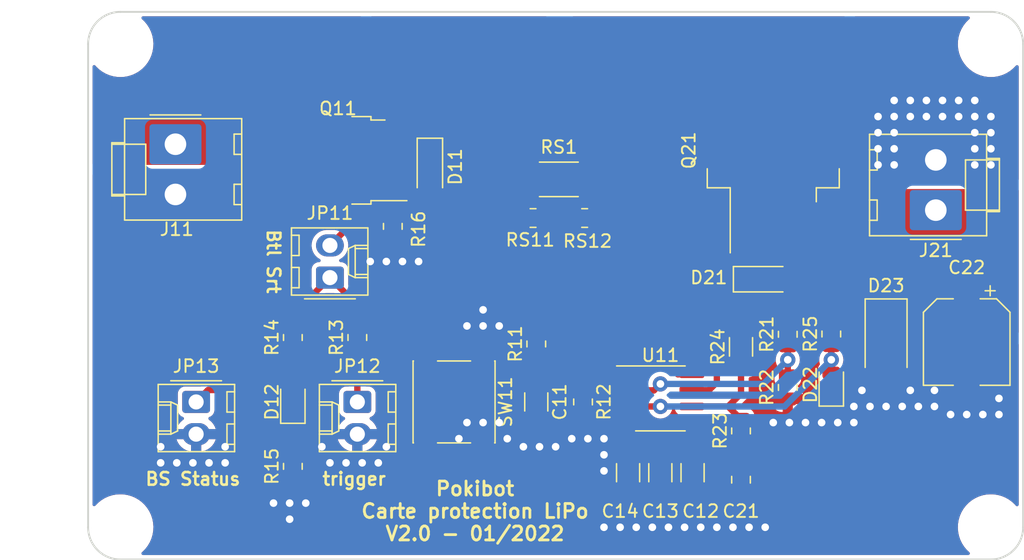
<source format=kicad_pcb>
(kicad_pcb (version 20211014) (generator pcbnew)
  (title_block (title "Circuit de protection LiPo 5S") (date "2018-10-30") (rev "V.1.0") (company "EIRBOT") (comment 1 "20V - 27A "))
  (layers (0 "F.Cu" signal) (31 "B.Cu" signal) (34 "B.Paste" user) (35 "F.Paste" user) (36 "B.SilkS" user "B.Silkscreen") (37 "F.SilkS" user "F.Silkscreen") (38 "B.Mask" user) (39 "F.Mask" user) (44 "Edge.Cuts" user))
  (net 0 "")
  (net 1 "GND")
  (net 2 "Net-(C11-Pad1)")
  (net 3 "Net-(C12-Pad1)")
  (net 4 "Net-(C21-Pad1)")
  (net 5 "Net-(C22-Pad1)")
  (net 6 "Net-(D11-Pad2)")
  (net 7 "Net-(D11-Pad1)")
  (net 8 "Net-(D21-Pad1)")
  (net 9 "Net-(D22-Pad2)")
  (net 10 "Net-(R21-Pad1)")
  (net 11 "Net-(R23-Pad2)")
  (net 12 "Net-(Q21-Pad2)")
  (net 13 "Net-(RS11-Pad2)")
  (net 14 "Net-(JP11-Pad1)")
  (net 15 "Net-(D12-Pad2)")
  (net 16 "Net-(D12-Pad1)")
  (net 17 "Net-(J11-Pad1)")
  (footprint "Resistor_SMD:R_0805_2012Metric" (layer "F.Cu") (at 161.544 129.8175 90)
    (fp_text reference "R15" (at 0 -1.65 90) (layer "F.SilkS"))
    (fp_text value "75")
    (fp_line (start -0.227064 0.735) (end 0.227064 0.735) (layer "F.SilkS") (width 0.12))
    (fp_line (start -0.227064 -0.735) (end 0.227064 -0.735) (layer "F.SilkS") (width 0.12))
    (pad "1" smd roundrect locked (at -0.9125 0 90) (size 1.025 1.4) (layers "F.Cu" "F.Paste" "F.Mask") (roundrect_rratio 0.243902439) (net 1 "GND"))
    (pad "2" smd roundrect locked (at 0.9125 0 90) (size 1.025 1.4) (layers "F.Cu" "F.Paste" "F.Mask") (roundrect_rratio 0.243902439) (net 16 "Net-(D12-Pad1)"))
  )
  (footprint "Capacitor_SMD:C_1206_3216Metric" (layer "F.Cu") (at 193.033735 130.317986 -90)
    (fp_text reference "C12" (at 3.032014 -0.641265 180) (layer "F.SilkS"))
    (fp_text value "1u")
    (fp_line (start -0.711252 0.91) (end 0.711252 0.91) (layer "F.SilkS") (width 0.12))
    (fp_line (start -0.711252 -0.91) (end 0.711252 -0.91) (layer "F.SilkS") (width 0.12))
    (pad "1" smd roundrect locked (at -1.475 0 270) (size 1.15 1.8) (layers "F.Cu" "F.Paste" "F.Mask") (roundrect_rratio 0.2173913043) (net 3 "Net-(C12-Pad1)"))
    (pad "2" smd roundrect locked (at 1.475 0 270) (size 1.15 1.8) (layers "F.Cu" "F.Paste" "F.Mask") (roundrect_rratio 0.2173913043) (net 1 "GND"))
  )
  (footprint "LED_SMD:LED_0805_2012Metric" (layer "F.Cu") (at 203.962 123.38 90)
    (fp_text reference "D22" (at 0 -1.65 90) (layer "F.SilkS"))
    (fp_text value "LED")
    (fp_line (start -1.685 -0.96) (end -1.685 0.96) (layer "F.SilkS") (width 0.12))
    (fp_line (start -1.685 0.96) (end 1 0.96) (layer "F.SilkS") (width 0.12))
    (fp_line (start 1 -0.96) (end -1.685 -0.96) (layer "F.SilkS") (width 0.12))
    (pad "1" smd roundrect locked (at -0.9375 0 90) (size 0.975 1.4) (layers "F.Cu" "F.Paste" "F.Mask") (net 1 "GND"))
    (pad "2" smd roundrect locked (at 0.9375 0 90) (size 0.975 1.4) (layers "F.Cu" "F.Paste" "F.Mask") (net 9 "Net-(D22-Pad2)"))
  )
  (footprint "Capacitor_SMD:C_1206_3216Metric" (layer "F.Cu") (at 187.953735 130.317986 -90)
    (fp_text reference "C14" (at 3.032014 0.628735 180) (layer "F.SilkS"))
    (fp_text value "1u")
    (fp_line (start -0.711252 -0.91) (end 0.711252 -0.91) (layer "F.SilkS") (width 0.12))
    (fp_line (start -0.711252 0.91) (end 0.711252 0.91) (layer "F.SilkS") (width 0.12))
    (pad "1" smd roundrect locked (at -1.475 0 270) (size 1.15 1.8) (layers "F.Cu" "F.Paste" "F.Mask") (roundrect_rratio 0.2173913043) (net 3 "Net-(C12-Pad1)"))
    (pad "2" smd roundrect locked (at 1.475 0 270) (size 1.15 1.8) (layers "F.Cu" "F.Paste" "F.Mask") (roundrect_rratio 0.2173913043) (net 1 "GND"))
  )
  (footprint "Resistor_SMD:R_0805_2012Metric" (layer "F.Cu") (at 180.467 110.236)
    (fp_text reference "RS11" (at -0.227064 1.728172) (layer "F.SilkS"))
    (fp_text value "100")
    (fp_line (start -0.227064 0.735) (end 0.227064 0.735) (layer "F.SilkS") (width 0.12))
    (fp_line (start -0.227064 -0.735) (end 0.227064 -0.735) (layer "F.SilkS") (width 0.12))
    (pad "1" smd roundrect locked (at -0.9125 0) (size 1.025 1.4) (layers "F.Cu" "F.Paste" "F.Mask") (roundrect_rratio 0.243902439) (net 7 "Net-(D11-Pad1)"))
    (pad "2" smd roundrect locked (at 0.9125 0) (size 1.025 1.4) (layers "F.Cu" "F.Paste" "F.Mask") (roundrect_rratio 0.243902439) (net 13 "Net-(RS11-Pad2)"))
  )
  (footprint "LED_SMD:LED_0805_2012Metric" (layer "F.Cu") (at 161.544 124.7375 90)
    (fp_text reference "D12" (at 0 -1.65 90) (layer "F.SilkS"))
    (fp_text value "LED")
    (fp_line (start -1.685 0.96) (end 1 0.96) (layer "F.SilkS") (width 0.12))
    (fp_line (start -1.685 -0.96) (end -1.685 0.96) (layer "F.SilkS") (width 0.12))
    (fp_line (start 1 -0.96) (end -1.685 -0.96) (layer "F.SilkS") (width 0.12))
    (pad "1" smd roundrect locked (at -0.9375 0 90) (size 0.975 1.4) (layers "F.Cu" "F.Paste" "F.Mask") (net 16 "Net-(D12-Pad1)"))
    (pad "2" smd roundrect locked (at 0.9375 0 90) (size 0.975 1.4) (layers "F.Cu" "F.Paste" "F.Mask") (net 15 "Net-(D12-Pad2)"))
  )
  (footprint "Diode_SMD:D_SMA" (layer "F.Cu") (at 208.28 120.015 -90)
    (fp_text reference "D23" (at -4.445 0) (layer "F.SilkS"))
    (fp_text value "US1D")
    (fp_line (start -3.4 1.65) (end 2 1.65) (layer "F.SilkS") (width 0.12))
    (fp_line (start -3.4 -1.65) (end 2 -1.65) (layer "F.SilkS") (width 0.12))
    (fp_line (start -3.4 -1.65) (end -3.4 1.65) (layer "F.SilkS") (width 0.12))
    (pad "1" smd rect locked (at -2 0 270) (size 2.5 1.8) (layers "F.Cu" "F.Paste" "F.Mask") (net 5 "Net-(C22-Pad1)"))
    (pad "2" smd rect locked (at 2 0 270) (size 2.5 1.8) (layers "F.Cu" "F.Paste" "F.Mask") (net 1 "GND"))
  )
  (footprint "" (layer "F.Cu") (at 147.955 134.62)
    (fp_text reference "" (at 0 0) (layer "F.SilkS") (effects (font (size 1.27 1.27))))
    (fp_text value "" (at 0 0) (layer "F.SilkS") (effects (font (size 1.27 1.27))))
    (pad "" np_thru_hole circle locked (at 0 0) (size 3.2 3.2) (drill 3.2) (layers F&B.Cu *.Mask) (clearance 1))
  )
  (footprint "Resistor_SMD:R_0805_2012Metric" (layer "F.Cu") (at 180.721 120.1655 90)
    (fp_text reference "R11" (at 0 -1.65 90) (layer "F.SilkS"))
    (fp_text value "120k")
    (fp_line (start -0.227064 0.735) (end 0.227064 0.735) (layer "F.SilkS") (width 0.12))
    (fp_line (start -0.227064 -0.735) (end 0.227064 -0.735) (layer "F.SilkS") (width 0.12))
    (pad "1" smd roundrect locked (at -0.9125 0 90) (size 1.025 1.4) (layers "F.Cu" "F.Paste" "F.Mask") (roundrect_rratio 0.243902439) (net 2 "Net-(C11-Pad1)"))
    (pad "2" smd roundrect locked (at 0.9125 0 90) (size 1.025 1.4) (layers "F.Cu" "F.Paste" "F.Mask") (roundrect_rratio 0.243902439) (net 7 "Net-(D11-Pad1)"))
  )
  (footprint "Resistor_SMD:R_0805_2012Metric" (layer "F.Cu") (at 184.531 110.236)
    (fp_text reference "RS12" (at 0.227064 1.821634) (layer "F.SilkS"))
    (fp_text value "100")
    (fp_line (start -0.227064 0.735) (end 0.227064 0.735) (layer "F.SilkS") (width 0.12))
    (fp_line (start -0.227064 -0.735) (end 0.227064 -0.735) (layer "F.SilkS") (width 0.12))
    (pad "1" smd roundrect locked (at -0.9125 0) (size 1.025 1.4) (layers "F.Cu" "F.Paste" "F.Mask") (roundrect_rratio 0.243902439) (net 13 "Net-(RS11-Pad2)"))
    (pad "2" smd roundrect locked (at 0.9125 0) (size 1.025 1.4) (layers "F.Cu" "F.Paste" "F.Mask") (roundrect_rratio 0.243902439) (net 12 "Net-(Q21-Pad2)"))
  )
  (footprint "Diode_SMD:D_SOD-123" (layer "F.Cu") (at 198.5 115.062)
    (fp_text reference "D21" (at -4.19 -0.127) (layer "F.SilkS"))
    (fp_text value "DZ_11V")
    (fp_line (start -2.25 -1) (end -2.25 1) (layer "F.SilkS") (width 0.12))
    (fp_line (start -2.25 -1) (end 1.65 -1) (layer "F.SilkS") (width 0.12))
    (fp_line (start -2.25 1) (end 1.65 1) (layer "F.SilkS") (width 0.12))
    (pad "1" smd rect locked (at -1.65 0) (size 0.9 1.2) (layers "F.Cu" "F.Paste" "F.Mask") (net 8 "Net-(D21-Pad1)"))
    (pad "2" smd rect locked (at 1.65 0) (size 0.9 1.2) (layers "F.Cu" "F.Paste" "F.Mask") (net 5 "Net-(C22-Pad1)"))
  )
  (footprint "Capacitor_SMD:C_0805_2012Metric" (layer "F.Cu") (at 196.85 130.871 -90)
    (fp_text reference "C21" (at 2.479 0 180) (layer "F.SilkS"))
    (fp_text value "10n")
    (fp_line (start -0.261252 0.735) (end 0.261252 0.735) (layer "F.SilkS") (width 0.12))
    (fp_line (start -0.261252 -0.735) (end 0.261252 -0.735) (layer "F.SilkS") (width 0.12))
    (pad "1" smd roundrect locked (at -0.95 0 270) (size 1 1.45) (layers "F.Cu" "F.Paste" "F.Mask") (net 4 "Net-(C21-Pad1)"))
    (pad "2" smd roundrect locked (at 0.95 0 270) (size 1 1.45) (layers "F.Cu" "F.Paste" "F.Mask") (net 1 "GND"))
  )
  (footprint "Resistor_SMD:R_2010_5025Metric" (layer "F.Cu") (at 182.499 107.188 180)
    (fp_text reference "RS1" (at 0 2.54) (layer "F.SilkS"))
    (fp_text value "3m")
    (fp_line (start -1.527064 1.36) (end 1.527064 1.36) (layer "F.SilkS") (width 0.12))
    (fp_line (start -1.527064 -1.36) (end 1.527064 -1.36) (layer "F.SilkS") (width 0.12))
    (pad "1" smd roundrect locked (at -2.3125 0 180) (size 1.225 2.65) (layers "F.Cu" "F.Paste" "F.Mask") (roundrect_rratio 0.2040816327) (net 12 "Net-(Q21-Pad2)"))
    (pad "2" smd roundrect locked (at 2.3125 0 180) (size 1.225 2.65) (layers "F.Cu" "F.Paste" "F.Mask") (roundrect_rratio 0.2040816327) (net 7 "Net-(D11-Pad1)"))
  )
  (footprint "Package_TO_SOT_SMD:TO-252-2" (layer "F.Cu") (at 165.227 105.6875 180)
    (fp_text reference "Q11" (at 0.127 4.0875) (layer "F.SilkS"))
    (fp_text value "FDD6637")
    (fp_line (start -0.97 -3.45) (end -2.47 -3.45) (layer "F.SilkS") (width 0.12))
    (fp_line (start -2.47 -3.18) (end -5.3 -3.18) (layer "F.SilkS") (width 0.12))
    (fp_line (start -2.47 3.45) (end -2.47 3.18) (layer "F.SilkS") (width 0.12))
    (fp_line (start -2.47 -3.45) (end -2.47 -3.18) (layer "F.SilkS") (width 0.12))
    (fp_line (start -0.97 3.45) (end -2.47 3.45) (layer "F.SilkS") (width 0.12))
    (fp_line (start -2.47 3.18) (end -3.57 3.18) (layer "F.SilkS") (width 0.12))
    (pad "1" smd rect locked (at -4.2 -2.28 180) (size 2.2 1.2) (layers "F.Cu" "F.Paste" "F.Mask") (net 6 "Net-(D11-Pad2)"))
    (pad "2" smd rect locked (at 2.1 0 180) (size 6.4 5.8) (layers "F.Cu" "F.Mask") (net 17 "Net-(J11-Pad1)"))
    (pad "3" smd rect locked (at -4.2 2.28 180) (size 2.2 1.2) (layers "F.Cu" "F.Paste" "F.Mask") (net 7 "Net-(D11-Pad1)"))
  )
  (footprint "" (layer "F.Cu") (at 216.535 134.62)
    (fp_text reference "" (at 0 0) (layer "F.SilkS") (effects (font (size 1.27 1.27))))
    (fp_text value "" (at 0 0) (layer "F.SilkS") (effects (font (size 1.27 1.27))))
    (pad "" np_thru_hole circle locked (at 0 0) (size 3.2 3.2) (drill 3.2) (layers F&B.Cu *.Mask) (clearance 1))
  )
  (footprint "Connector_Molex:Molex_KK-254_AE-6410-02A_1x02_P2.54mm_Vertical" (layer "F.Cu") (at 153.924 124.7375 -90)
    (fp_text reference "JP13" (at -2.8175 0 180) (layer "F.SilkS"))
    (fp_text value "Jumper_NO_Small")
    (fp_line (start 0 1.99) (end 2.54 1.99) (layer "F.SilkS") (width 0.12))
    (fp_line (start 0 1.99) (end 0.25 1.46) (layer "F.SilkS") (width 0.12))
    (fp_line (start 2.29 1.46) (end 2.54 1.99) (layer "F.SilkS") (width 0.12))
    (fp_line (start 3.34 -2.43) (end 3.34 -3.03) (layer "F.SilkS") (width 0.12))
    (fp_line (start -0.8 -3.03) (end -0.8 -2.43) (layer "F.SilkS") (width 0.12))
    (fp_line (start -0.8 -2.43) (end 0.8 -2.43) (layer "F.SilkS") (width 0.12))
    (fp_line (start 1.74 -3.03) (end 1.74 -2.43) (layer "F.SilkS") (width 0.12))
    (fp_line (start -1.38 -3.03) (end -1.38 2.99) (layer "F.SilkS") (width 0.12))
    (fp_line (start 0.25 2.99) (end 0.25 1.99) (layer "F.SilkS") (width 0.12))
    (fp_line (start 0.25 1.46) (end 2.29 1.46) (layer "F.SilkS") (width 0.12))
    (fp_line (start 2.29 2.99) (end 2.29 1.99) (layer "F.SilkS") (width 0.12))
    (fp_line (start -1.67 -2) (end -1.67 2) (layer "F.SilkS") (width 0.12))
    (fp_line (start 3.92 -3.03) (end -1.38 -3.03) (layer "F.SilkS") (width 0.12))
    (fp_line (start 0.8 -2.43) (end 0.8 -3.03) (layer "F.SilkS") (width 0.12))
    (fp_line (start 3.92 2.99) (end 3.92 -3.03) (layer "F.SilkS") (width 0.12))
    (fp_line (start -1.38 2.99) (end 3.92 2.99) (layer "F.SilkS") (width 0.12))
    (fp_line (start 0 2.99) (end 0 1.99) (layer "F.SilkS") (width 0.12))
    (fp_line (start 1.74 -2.43) (end 3.34 -2.43) (layer "F.SilkS") (width 0.12))
    (fp_line (start 2.54 1.99) (end 2.54 2.99) (layer "F.SilkS") (width 0.12))
    (pad "1" thru_hole roundrect locked (at 0 0 270) (size 1.74 2.19) (drill 1.19) (layers *.Cu *.Mask) (roundrect_rratio 0.1436781609) (net 15 "Net-(D12-Pad2)"))
    (pad "2" thru_hole oval locked (at 2.54 0 270) (size 1.74 2.19) (drill 1.19) (layers *.Cu *.Mask) (net 1 "GND"))
  )
  (footprint "Connector_Molex:Molex_KK-396_A-41791-0002_1x02_P3.96mm_Vertical" (layer "F.Cu") (at 152.295 104.4175 -90)
    (fp_text reference "J11" (at 6.7075 -0.105 180) (layer "F.SilkS"))
    (fp_text value "18AWG Wire")
    (fp_line (start 3.16 -4.62) (end 4.76 -4.62) (layer "F.SilkS") (width 0.12))
    (fp_line (start 4.075 5.01) (end -0.115 5.01) (layer "F.SilkS") (width 0.12))
    (fp_line (start 5.98 -5.22) (end 5.98 4.005) (layer "F.SilkS") (width 0.12))
    (fp_line (start -2.02 -5.22) (end 5.98 -5.22) (layer "F.SilkS") (width 0.12))
    (fp_line (start 4.76 -4.62) (end 4.76 -5.22) (layer "F.SilkS") (width 0.12))
    (fp_line (start 0 4.01) (end 3.96 4.01) (layer "F.SilkS") (width 0.12))
    (fp_line (start 0 4.01) (end 0 2.34) (layer "F.SilkS") (width 0.12))
    (fp_line (start -2.02 4.005) (end -2.02 -5.22) (layer "F.SilkS") (width 0.12))
    (fp_line (start -2.31 -2) (end -2.31 2) (layer "F.SilkS") (width 0.12))
    (fp_line (start -0.115 4.005) (end -2.02 4.005) (layer "F.SilkS") (width 0.12))
    (fp_line (start 4.075 4.005) (end 4.075 5.01) (layer "F.SilkS") (width 0.12))
    (fp_line (start 0 5.01) (end 0 4.01) (layer "F.SilkS") (width 0.12))
    (fp_line (start -0.8 -5.22) (end -0.8 -4.62) (layer "F.SilkS") (width 0.12))
    (fp_line (start -0.115 5.01) (end -0.115 4.005) (layer "F.SilkS") (width 0.12))
    (fp_line (start 3.96 2.34) (end 3.96 4.01) (layer "F.SilkS") (width 0.12))
    (fp_line (start 3.16 -5.22) (end 3.16 -4.62) (layer "F.SilkS") (width 0.12))
    (fp_line (start 0 2.34) (end 3.96 2.34) (layer "F.SilkS") (width 0.12))
    (fp_line (start -0.8 -4.62) (end 0.8 -4.62) (layer "F.SilkS") (width 0.12))
    (fp_line (start 0.8 -4.62) (end 0.8 -5.22) (layer "F.SilkS") (width 0.12))
    (fp_line (start 3.96 4.01) (end 3.96 5.01) (layer "F.SilkS") (width 0.12))
    (fp_line (start 5.98 4.005) (end 4.075 4.005) (layer "F.SilkS") (width 0.12))
    (pad "1" thru_hole roundrect locked (at 0 0 270) (size 3.16 4.1) (drill 1.7) (layers *.Cu *.Mask) (roundrect_rratio 0.07911392405) (net 17 "Net-(J11-Pad1)"))
    (pad "2" thru_hole oval locked (at 3.96 0 270) (size 3.16 4.1) (drill 1.7) (layers *.Cu *.Mask) (net 1 "GND"))
  )
  (footprint "Capacitor_SMD:CP_Elec_6.3x5.8" (layer "F.Cu") (at 214.63 120.015 -90)
    (fp_text reference "C22" (at -5.875 0) (layer "F.SilkS"))
    (fp_text value "100u")
    (fp_line (start -3.41 -2.345563) (end -2.345563 -3.41) (layer "F.SilkS") (width 0.12))
    (fp_line (start 3.41 -3.41) (end 3.41 -1.06) (layer "F.SilkS") (width 0.12))
    (fp_line (start -2.345563 3.41) (end 3.41 3.41) (layer "F.SilkS") (width 0.12))
    (fp_line (start -3.41 2.345563) (end -2.345563 3.41) (layer "F.SilkS") (width 0.12))
    (fp_line (start -4.04375 -2.24125) (end -4.04375 -1.45375) (layer "F.SilkS") (width 0.12))
    (fp_line (start 3.41 3.41) (end 3.41 1.06) (layer "F.SilkS") (width 0.12))
    (fp_line (start -2.345563 -3.41) (end 3.41 -3.41) (layer "F.SilkS") (width 0.12))
    (fp_line (start -3.41 -2.345563) (end -3.41 -1.06) (layer "F.SilkS") (width 0.12))
    (fp_line (start -4.4375 -1.8475) (end -3.65 -1.8475) (layer "F.SilkS") (width 0.12))
    (fp_line (start -3.41 2.345563) (end -3.41 1.06) (layer "F.SilkS") (width 0.12))
    (pad "1" smd roundrect locked (at -2.7 0 270) (size 3.5 1.6) (layers "F.Cu" "F.Paste" "F.Mask") (roundrect_rratio 0.15625) (net 5 "Net-(C22-Pad1)"))
    (pad "2" smd roundrect locked (at 2.7 0 270) (size 3.5 1.6) (layers "F.Cu" "F.Paste" "F.Mask") (roundrect_rratio 0.15625) (net 1 "GND"))
  )
  (footprint "Resistor_SMD:R_0805_2012Metric" (layer "F.Cu") (at 203.962 119.38 90)
    (fp_text reference "R25" (at 0 -1.65 90) (layer "F.SilkS"))
    (fp_text value "8.2k")
    (fp_line (start -0.227064 -0.735) (end 0.227064 -0.735) (layer "F.SilkS") (width 0.12))
    (fp_line (start -0.227064 0.735) (end 0.227064 0.735) (layer "F.SilkS") (width 0.12))
    (pad "1" smd roundrect locked (at -0.9125 0 90) (size 1.025 1.4) (layers "F.Cu" "F.Paste" "F.Mask") (roundrect_rratio 0.243902439) (net 9 "Net-(D22-Pad2)"))
    (pad "2" smd roundrect locked (at 0.9125 0 90) (size 1.025 1.4) (layers "F.Cu" "F.Paste" "F.Mask") (roundrect_rratio 0.243902439) (net 5 "Net-(C22-Pad1)"))
  )
  (footprint "Resistor_SMD:R_0805_2012Metric" (layer "F.Cu") (at 200.533 123.5945 90)
    (fp_text reference "R22" (at 0 -1.65 90) (layer "F.SilkS"))
    (fp_text value "4.7k")
    (fp_line (start -0.227064 -0.735) (end 0.227064 -0.735) (layer "F.SilkS") (width 0.12))
    (fp_line (start -0.227064 0.735) (end 0.227064 0.735) (layer "F.SilkS") (width 0.12))
    (pad "1" smd roundrect locked (at -0.9125 0 90) (size 1.025 1.4) (layers "F.Cu" "F.Paste" "F.Mask") (roundrect_rratio 0.243902439) (net 1 "GND"))
    (pad "2" smd roundrect locked (at 0.9125 0 90) (size 1.025 1.4) (layers "F.Cu" "F.Paste" "F.Mask") (roundrect_rratio 0.243902439) (net 10 "Net-(R21-Pad1)"))
  )
  (footprint "Resistor_SMD:R_1206_3216Metric" (layer "F.Cu") (at 196.85 120.396 90)
    (fp_text reference "R24" (at 0 -1.82 90) (layer "F.SilkS"))
    (fp_text value "10")
    (fp_line (start -0.727064 0.91) (end 0.727064 0.91) (layer "F.SilkS") (width 0.12))
    (fp_line (start -0.727064 -0.91) (end 0.727064 -0.91) (layer "F.SilkS") (width 0.12))
    (pad "1" smd roundrect locked (at -1.4625 0 90) (size 1.125 1.75) (layers "F.Cu" "F.Paste" "F.Mask") (roundrect_rratio 0.2222222222) (net 11 "Net-(R23-Pad2)"))
    (pad "2" smd roundrect locked (at 1.4625 0 90) (size 1.125 1.75) (layers "F.Cu" "F.Paste" "F.Mask") (roundrect_rratio 0.2222222222) (net 8 "Net-(D21-Pad1)"))
  )
  (footprint "Package_SO:SOIC-8_3.9x4.9mm_P1.27mm" (layer "F.Cu") (at 190.5 124.46)
    (fp_text reference "U11" (at 0 -3.4) (layer "F.SilkS"))
    (fp_text value "LT1641-1")
    (fp_line (start 0 -2.56) (end -3.45 -2.56) (layer "F.SilkS") (width 0.12))
    (fp_line (start 0 -2.56) (end 1.95 -2.56) (layer "F.SilkS") (width 0.12))
    (fp_line (start 0 2.56) (end 1.95 2.56) (layer "F.SilkS") (width 0.12))
    (fp_line (start 0 2.56) (end -1.95 2.56) (layer "F.SilkS") (width 0.12))
    (pad "1" smd roundrect locked (at -2.475 -1.905) (size 1.95 0.6) (layers "F.Cu" "F.Paste" "F.Mask") (net 2 "Net-(C11-Pad1)"))
    (pad "2" smd roundrect locked (at -2.475 -0.635) (size 1.95 0.6) (layers "F.Cu" "F.Paste" "F.Mask") (net 10 "Net-(R21-Pad1)"))
    (pad "3" smd roundrect locked (at -2.475 0.635) (size 1.95 0.6) (layers "F.Cu" "F.Paste" "F.Mask") (net 9 "Net-(D22-Pad2)"))
    (pad "4" smd roundrect locked (at -2.475 1.905) (size 1.95 0.6) (layers "F.Cu" "F.Paste" "F.Mask") (net 1 "GND"))
    (pad "5" smd roundrect locked (at 2.475 1.905) (size 1.95 0.6) (layers "F.Cu" "F.Paste" "F.Mask") (net 3 "Net-(C12-Pad1)"))
    (pad "6" smd roundrect locked (at 2.475 0.635) (size 1.95 0.6) (layers "F.Cu" "F.Paste" "F.Mask") (net 11 "Net-(R23-Pad2)"))
    (pad "7" smd roundrect locked (at 2.475 -0.635) (size 1.95 0.6) (layers "F.Cu" "F.Paste" "F.Mask") (net 13 "Net-(RS11-Pad2)"))
    (pad "8" smd roundrect locked (at 2.475 -1.905) (size 1.95 0.6) (layers "F.Cu" "F.Paste" "F.Mask") (net 7 "Net-(D11-Pad1)"))
  )
  (footprint "Capacitor_SMD:C_1206_3216Metric" (layer "F.Cu") (at 180.721 124.7375 -90)
    (fp_text reference "C11" (at 0 -1.85 90) (layer "F.SilkS"))
    (fp_text value "0.1u")
    (fp_line (start -0.711252 0.91) (end 0.711252 0.91) (layer "F.SilkS") (width 0.12))
    (fp_line (start -0.711252 -0.91) (end 0.711252 -0.91) (layer "F.SilkS") (width 0.12))
    (pad "1" smd roundrect locked (at -1.475 0 270) (size 1.15 1.8) (layers "F.Cu" "F.Paste" "F.Mask") (roundrect_rratio 0.2173913043) (net 2 "Net-(C11-Pad1)"))
    (pad "2" smd roundrect locked (at 1.475 0 270) (size 1.15 1.8) (layers "F.Cu" "F.Paste" "F.Mask") (roundrect_rratio 0.2173913043) (net 1 "GND"))
  )
  (footprint "" (layer "F.Cu") (at 216.535 96.52)
    (fp_text reference "" (at 0 0) (layer "F.SilkS") (effects (font (size 1.27 1.27))))
    (fp_text value "" (at 0 0) (layer "F.SilkS") (effects (font (size 1.27 1.27))))
    (pad "" np_thru_hole circle locked (at 0 0) (size 3.2 3.2) (drill 3.2) (layers F&B.Cu *.Mask) (clearance 1))
  )
  (footprint "Resistor_SMD:R_0805_2012Metric" (layer "F.Cu") (at 169.418 110.8945 90)
    (fp_text reference "R16" (at -0.227064 2.032 90) (layer "F.SilkS"))
    (fp_text value "100k")
    (fp_line (start -0.227064 0.735) (end 0.227064 0.735) (layer "F.SilkS") (width 0.12))
    (fp_line (start -0.227064 -0.735) (end 0.227064 -0.735) (layer "F.SilkS") (width 0.12))
    (pad "1" smd roundrect locked (at -0.9125 0 90) (size 1.025 1.4) (layers "F.Cu" "F.Paste" "F.Mask") (roundrect_rratio 0.243902439) (net 1 "GND"))
    (pad "2" smd roundrect locked (at 0.9125 0 90) (size 1.025 1.4) (layers "F.Cu" "F.Paste" "F.Mask") (roundrect_rratio 0.243902439) (net 6 "Net-(D11-Pad2)"))
  )
  (footprint "Capacitor_SMD:C_1206_3216Metric" (layer "F.Cu") (at 190.493735 130.317986 -90)
    (fp_text reference "C13" (at 3.032014 -0.006265 180) (layer "F.SilkS"))
    (fp_text value "1u")
    (fp_line (start -0.711252 -0.91) (end 0.711252 -0.91) (layer "F.SilkS") (width 0.12))
    (fp_line (start -0.711252 0.91) (end 0.711252 0.91) (layer "F.SilkS") (width 0.12))
    (pad "1" smd roundrect locked (at -1.475 0 270) (size 1.15 1.8) (layers "F.Cu" "F.Paste" "F.Mask") (roundrect_rratio 0.2173913043) (net 3 "Net-(C12-Pad1)"))
    (pad "2" smd roundrect locked (at 1.475 0 270) (size 1.15 1.8) (layers "F.Cu" "F.Paste" "F.Mask") (roundrect_rratio 0.2173913043) (net 1 "GND"))
  )
  (footprint "Connector_Molex:Molex_KK-254_AE-6410-02A_1x02_P2.54mm_Vertical" (layer "F.Cu") (at 164.465 114.935 90)
    (fp_text reference "JP11" (at 5.08 0) (layer "F.SilkS"))
    (fp_text value "Jumper_NO_Small")
    (fp_line (start 2.54 1.99) (end 2.54 2.99) (layer "F.SilkS") (width 0.12))
    (fp_line (start 0 2.99) (end 0 1.99) (layer "F.SilkS") (width 0.12))
    (fp_line (start 1.74 -2.43) (end 3.34 -2.43) (layer "F.SilkS") (width 0.12))
    (fp_line (start 0 1.99) (end 2.54 1.99) (layer "F.SilkS") (width 0.12))
    (fp_line (start -1.67 -2) (end -1.67 2) (layer "F.SilkS") (width 0.12))
    (fp_line (start 1.74 -3.03) (end 1.74 -2.43) (layer "F.SilkS") (width 0.12))
    (fp_line (start 3.92 -3.03) (end -1.38 -3.03) (layer "F.SilkS") (width 0.12))
    (fp_line (start 2.29 2.99) (end 2.29 1.99) (layer "F.SilkS") (width 0.12))
    (fp_line (start -0.8 -2.43) (end 0.8 -2.43) (layer "F.SilkS") (width 0.12))
    (fp_line (start 2.29 1.46) (end 2.54 1.99) (layer "F.SilkS") (width 0.12))
    (fp_line (start -0.8 -3.03) (end -0.8 -2.43) (layer "F.SilkS") (width 0.12))
    (fp_line (start 0.8 -2.43) (end 0.8 -3.03) (layer "F.SilkS") (width 0.12))
    (fp_line (start 0 1.99) (end 0.25 1.46) (layer "F.SilkS") (width 0.12))
    (fp_line (start -1.38 -3.03) (end -1.38 2.99) (layer "F.SilkS") (width 0.12))
    (fp_line (start 3.92 2.99) (end 3.92 -3.03) (layer "F.SilkS") (width 0.12))
    (fp_line (start 0.25 2.99) (end 0.25 1.99) (layer "F.SilkS") (width 0.12))
    (fp_line (start 3.34 -2.43) (end 3.34 -3.03) (layer "F.SilkS") (width 0.12))
    (fp_line (start 0.25 1.46) (end 2.29 1.46) (layer "F.SilkS") (width 0.12))
    (fp_line (start -1.38 2.99) (end 3.92 2.99) (layer "F.SilkS") (width 0.12))
    (pad "1" thru_hole roundrect locked (at 0 0 90) (size 1.74 2.19) (drill 1.19) (layers *.Cu *.Mask) (roundrect_rratio 0.1436781609) (net 14 "Net-(JP11-Pad1)"))
    (pad "2" thru_hole oval locked (at 2.54 0 90) (size 1.74 2.19) (drill 1.19) (layers *.Cu *.Mask) (net 7 "Net-(D11-Pad1)"))
  )
  (footprint "Diode_SMD:D_SOD-123" (layer "F.Cu") (at 172.339 106.1945 -90)
    (fp_text reference "D11" (at 0 -2 90) (layer "F.SilkS"))
    (fp_text value "DZ_11V")
    (fp_line (start -2.25 -1) (end 1.65 -1) (layer "F.SilkS") (width 0.12))
    (fp_line (start -2.25 -1) (end -2.25 1) (layer "F.SilkS") (width 0.12))
    (fp_line (start -2.25 1) (end 1.65 1) (layer "F.SilkS") (width 0.12))
    (pad "1" smd rect locked (at -1.65 0 270) (size 0.9 1.2) (layers "F.Cu" "F.Paste" "F.Mask") (net 7 "Net-(D11-Pad1)"))
    (pad "2" smd rect locked (at 1.65 0 270) (size 0.9 1.2) (layers "F.Cu" "F.Paste" "F.Mask") (net 6 "Net-(D11-Pad2)"))
  )
  (footprint "Resistor_SMD:R_0805_2012Metric" (layer "F.Cu") (at 200.533 119.4035 90)
    (fp_text reference "R21" (at 0 -1.65 90) (layer "F.SilkS"))
    (fp_text value "47k")
    (fp_line (start -0.227064 -0.735) (end 0.227064 -0.735) (layer "F.SilkS") (width 0.12))
    (fp_line (start -0.227064 0.735) (end 0.227064 0.735) (layer "F.SilkS") (width 0.12))
    (pad "1" smd roundrect locked (at -0.9125 0 90) (size 1.025 1.4) (layers "F.Cu" "F.Paste" "F.Mask") (roundrect_rratio 0.243902439) (net 10 "Net-(R21-Pad1)"))
    (pad "2" smd roundrect locked (at 0.9125 0 90) (size 1.025 1.4) (layers "F.Cu" "F.Paste" "F.Mask") (roundrect_rratio 0.243902439) (net 5 "Net-(C22-Pad1)"))
  )
  (footprint "Package_TO_SOT_SMD:TO-263-2" (layer "F.Cu") (at 199.39 104.902 90)
    (fp_text reference "Q21" (at 0 -6.65 90) (layer "F.SilkS"))
    (fp_text value "STH80N10F7-2")
    (fp_line (start -2.95 3.39) (end -4.05 3.39) (layer "F.SilkS") (width 0.12))
    (fp_line (start -1.45 -5.2) (end -2.95 -5.2) (layer "F.SilkS") (width 0.12))
    (fp_line (start -2.95 -5.2) (end -2.95 -3.39) (layer "F.SilkS") (width 0.12))
    (fp_line (start -2.95 -3.39) (end -8.075 -3.39) (layer "F.SilkS") (width 0.12))
    (fp_line (start -2.95 5.2) (end -2.95 3.39) (layer "F.SilkS") (width 0.12))
    (fp_line (start -1.45 5.2) (end -2.95 5.2) (layer "F.SilkS") (width 0.12))
    (pad "1" smd rect locked (at -5.775 -2.54 90) (size 4.6 1.1) (layers "F.Cu" "F.Paste" "F.Mask") (net 8 "Net-(D21-Pad1)"))
    (pad "2" smd rect locked (at 3.375 0 90) (size 9.4 10.8) (layers "F.Cu" "F.Mask") (net 12 "Net-(Q21-Pad2)"))
    (pad "3" smd rect locked (at -5.775 2.54 90) (size 4.6 1.1) (layers "F.Cu" "F.Paste" "F.Mask") (net 5 "Net-(C22-Pad1)"))
  )
  (footprint "Resistor_SMD:R_0805_2012Metric" (layer "F.Cu") (at 184.404 124.7375 90)
    (fp_text reference "R12" (at 0 1.651 270) (layer "F.SilkS"))
    (fp_text value "12k")
    (fp_line (start -0.227064 0.735) (end 0.227064 0.735) (layer "F.SilkS") (width 0.12))
    (fp_line (start -0.227064 -0.735) (end 0.227064 -0.735) (layer "F.SilkS") (width 0.12))
    (pad "1" smd roundrect locked (at -0.9125 0 90) (size 1.025 1.4) (layers "F.Cu" "F.Paste" "F.Mask") (roundrect_rratio 0.243902439) (net 1 "GND"))
    (pad "2" smd roundrect locked (at 0.9125 0 90) (size 1.025 1.4) (layers "F.Cu" "F.Paste" "F.Mask") (roundrect_rratio 0.243902439) (net 2 "Net-(C11-Pad1)"))
  )
  (footprint "Resistor_SMD:R_0805_2012Metric" (layer "F.Cu") (at 196.85 127.0235 90)
    (fp_text reference "R23" (at 0 -1.65 90) (layer "F.SilkS"))
    (fp_text value "1k")
    (fp_line (start -0.227064 -0.735) (end 0.227064 -0.735) (layer "F.SilkS") (width 0.12))
    (fp_line (start -0.227064 0.735) (end 0.227064 0.735) (layer "F.SilkS") (width 0.12))
    (pad "1" smd roundrect locked (at -0.9125 0 90) (size 1.025 1.4) (layers "F.Cu" "F.Paste" "F.Mask") (roundrect_rratio 0.243902439) (net 4 "Net-(C21-Pad1)"))
    (pad "2" smd roundrect locked (at 0.9125 0 90) (size 1.025 1.4) (layers "F.Cu" "F.Paste" "F.Mask") (roundrect_rratio 0.243902439) (net 11 "Net-(R23-Pad2)"))
  )
  (footprint "MountingHole:MountingHole_3.2mm_M3" (layer "F.Cu") (at 147.955 96.52)
    (fp_text reference "REF**" hide)
    (fp_text value "MountingHole_3.2mm_M3")
    (pad "" np_thru_hole circle locked (at 0 0) (size 3.2 3.2) (drill 3.2) (layers F&B.Cu *.Mask) (clearance 1))
  )
  (footprint "Connector_Molex:Molex_KK-396_A-41791-0002_1x02_P3.96mm_Vertical" (layer "F.Cu") (at 212.195 109.614806 90)
    (fp_text reference "J21" (at -3.175 0) (layer "F.SilkS"))
    (fp_text value "18AWG Wire")
    (fp_line (start 0 2.34) (end 3.96 2.34) (layer "F.SilkS") (width 0.12))
    (fp_line (start -0.115 4.005) (end -2.02 4.005) (layer "F.SilkS") (width 0.12))
    (fp_line (start 3.16 -5.22) (end 3.16 -4.62) (layer "F.SilkS") (width 0.12))
    (fp_line (start 5.98 4.005) (end 4.075 4.005) (layer "F.SilkS") (width 0.12))
    (fp_line (start 0 4.01) (end 0 2.34) (layer "F.SilkS") (width 0.12))
    (fp_line (start -0.115 5.01) (end -0.115 4.005) (layer "F.SilkS") (width 0.12))
    (fp_line (start 0 5.01) (end 0 4.01) (layer "F.SilkS") (width 0.12))
    (fp_line (start -2.02 -5.22) (end 5.98 -5.22) (layer "F.SilkS") (width 0.12))
    (fp_line (start 5.98 -5.22) (end 5.98 4.005) (layer "F.SilkS") (width 0.12))
    (fp_line (start -2.31 -2) (end -2.31 2) (layer "F.SilkS") (width 0.12))
    (fp_line (start 3.96 2.34) (end 3.96 4.01) (layer "F.SilkS") (width 0.12))
    (fp_line (start 3.16 -4.62) (end 4.76 -4.62) (layer "F.SilkS") (width 0.12))
    (fp_line (start 4.075 4.005) (end 4.075 5.01) (layer "F.SilkS") (width 0.12))
    (fp_line (start -0.8 -5.22) (end -0.8 -4.62) (layer "F.SilkS") (width 0.12))
    (fp_line (start 3.96 4.01) (end 3.96 5.01) (layer "F.SilkS") (width 0.12))
    (fp_line (start -0.8 -4.62) (end 0.8 -4.62) (layer "F.SilkS") (width 0.12))
    (fp_line (start 4.76 -4.62) (end 4.76 -5.22) (layer "F.SilkS") (width 0.12))
    (fp_line (start 0 4.01) (end 3.96 4.01) (layer "F.SilkS") (width 0.12))
    (fp_line (start 0.8 -4.62) (end 0.8 -5.22) (layer "F.SilkS") (width 0.12))
    (fp_line (start 4.075 5.01) (end -0.115 5.01) (layer "F.SilkS") (width 0.12))
    (fp_line (start -2.02 4.005) (end -2.02 -5.22) (layer "F.SilkS") (width 0.12))
    (pad "1" thru_hole roundrect locked (at 0 0 90) (size 3.16 4.1) (drill 1.7) (layers *.Cu *.Mask) (roundrect_rratio 0.07911392405) (net 5 "Net-(C22-Pad1)"))
    (pad "2" thru_hole oval locked (at 3.96 0 90) (size 3.16 4.1) (drill 1.7) (layers *.Cu *.Mask) (net 1 "GND"))
  )
  (footprint "Resistor_SMD:R_0805_2012Metric" (layer "F.Cu") (at 161.544 119.6575 90)
    (fp_text reference "R14" (at 0 -1.65 90) (layer "F.SilkS"))
    (fp_text value "1k")
    (fp_line (start -0.227064 0.735) (end 0.227064 0.735) (layer "F.SilkS") (width 0.12))
    (fp_line (start -0.227064 -0.735) (end 0.227064 -0.735) (layer "F.SilkS") (width 0.12))
    (pad "1" smd roundrect locked (at -0.9125 0 90) (size 1.025 1.4) (layers "F.Cu" "F.Paste" "F.Mask") (roundrect_rratio 0.243902439) (net 15 "Net-(D12-Pad2)"))
    (pad "2" smd roundrect locked (at 0.9125 0 90) (size 1.025 1.4) (layers "F.Cu" "F.Paste" "F.Mask") (roundrect_rratio 0.243902439) (net 14 "Net-(JP11-Pad1)"))
  )
  (footprint "Button_Switch_SMD:SW_Push_1P1T_NO_6x6mm_H9.5mm" (layer "F.Cu") (at 174.244 124.7375 -90)
    (fp_text reference "SW11" (at 0 -4.05 90) (layer "F.SilkS"))
    (fp_text value "SW_Push")
    (fp_line (start -3.23 3.23) (end 3.23 3.23) (layer "F.SilkS") (width 0.12))
    (fp_line (start -3.23 -3.23) (end 3.23 -3.23) (layer "F.SilkS") (width 0.12))
    (fp_line (start 3.23 -1.3) (end 3.23 1.3) (layer "F.SilkS") (width 0.12))
    (fp_line (start 3.23 -3.23) (end 3.23 -3.2) (layer "F.SilkS") (width 0.12))
    (fp_line (start 3.23 3.23) (end 3.23 3.2) (layer "F.SilkS") (width 0.12))
    (fp_line (start -3.23 -1.3) (end -3.23 1.3) (layer "F.SilkS") (width 0.12))
    (fp_line (start -3.23 -3.2) (end -3.23 -3.23) (layer "F.SilkS") (width 0.12))
    (fp_line (start -3.23 3.23) (end -3.23 3.2) (layer "F.SilkS") (width 0.12))
    (pad "1" smd rect locked (at -3.975 -2.25 270) (size 1.55 1.3) (layers "F.Cu" "F.Paste" "F.Mask") (net 1 "GND"))
    (pad "1" smd rect locked (at 3.975 -2.25 270) (size 1.55 1.3) (layers "F.Cu" "F.Paste" "F.Mask") (net 1 "GND"))
    (pad "2" smd rect locked (at -3.975 2.25 270) (size 1.55 1.3) (layers "F.Cu" "F.Paste" "F.Mask") (net 2 "Net-(C11-Pad1)"))
    (pad "2" smd rect locked (at 3.975 2.25 270) (size 1.55 1.3) (layers "F.Cu" "F.Paste" "F.Mask") (net 2 "Net-(C11-Pad1)"))
  )
  (footprint "Connector_Molex:Molex_KK-254_AE-6410-02A_1x02_P2.54mm_Vertical" (layer "F.Cu") (at 166.624 124.7375 -90)
    (fp_text reference "JP12" (at -2.8175 0 180) (layer "F.SilkS"))
    (fp_text value "Jumper_NO_Small")
    (fp_line (start -1.38 2.99) (end 3.92 2.99) (layer "F.SilkS") (width 0.12))
    (fp_line (start 2.29 2.99) (end 2.29 1.99) (layer "F.SilkS") (width 0.12))
    (fp_line (start 2.29 1.46) (end 2.54 1.99) (layer "F.SilkS") (width 0.12))
    (fp_line (start 0.25 2.99) (end 0.25 1.99) (layer "F.SilkS") (width 0.12))
    (fp_line (start -1.67 -2) (end -1.67 2) (layer "F.SilkS") (width 0.12))
    (fp_line (start 0.25 1.46) (end 2.29 1.46) (layer "F.SilkS") (width 0.12))
    (fp_line (start 3.92 -3.03) (end -1.38 -3.03) (layer "F.SilkS") (width 0.12))
    (fp_line (start 1.74 -3.03) (end 1.74 -2.43) (layer "F.SilkS") (width 0.12))
    (fp_line (start 0 1.99) (end 2.54 1.99) (layer "F.SilkS") (width 0.12))
    (fp_line (start -0.8 -3.03) (end -0.8 -2.43) (layer "F.SilkS") (width 0.12))
    (fp_line (start -0.8 -2.43) (end 0.8 -2.43) (layer "F.SilkS") (width 0.12))
    (fp_line (start 3.92 2.99) (end 3.92 -3.03) (layer "F.SilkS") (width 0.12))
    (fp_line (start 0 1.99) (end 0.25 1.46) (layer "F.SilkS") (width 0.12))
    (fp_line (start 1.74 -2.43) (end 3.34 -2.43) (layer "F.SilkS") (width 0.12))
    (fp_line (start 0.8 -2.43) (end 0.8 -3.03) (layer "F.SilkS") (width 0.12))
    (fp_line (start 2.54 1.99) (end 2.54 2.99) (layer "F.SilkS") (width 0.12))
    (fp_line (start 0 2.99) (end 0 1.99) (layer "F.SilkS") (width 0.12))
    (fp_line (start 3.34 -2.43) (end 3.34 -3.03) (layer "F.SilkS") (width 0.12))
    (fp_line (start -1.38 -3.03) (end -1.38 2.99) (layer "F.SilkS") (width 0.12))
    (pad "1" thru_hole roundrect locked (at 0 0 270) (size 1.74 2.19) (drill 1.19) (layers *.Cu *.Mask) (roundrect_rratio 0.1436781609) (net 2 "Net-(C11-Pad1)"))
    (pad "2" thru_hole oval locked (at 2.54 0 270) (size 1.74 2.19) (drill 1.19) (layers *.Cu *.Mask) (net 1 "GND"))
  )
  (footprint "Resistor_SMD:R_0805_2012Metric" (layer "F.Cu") (at 166.624 119.6575 90)
    (fp_text reference "R13" (at 0 -1.65 90) (layer "F.SilkS"))
    (fp_text value "1M")
    (fp_line (start -0.227064 0.735) (end 0.227064 0.735) (layer "F.SilkS") (width 0.12))
    (fp_line (start -0.227064 -0.735) (end 0.227064 -0.735) (layer "F.SilkS") (width 0.12))
    (pad "1" smd roundrect locked (at -0.9125 0 90) (size 1.025 1.4) (layers "F.Cu" "F.Paste" "F.Mask") (roundrect_rratio 0.243902439) (net 2 "Net-(C11-Pad1)"))
    (pad "2" smd roundrect locked (at 0.9125 0 90) (size 1.025 1.4) (layers "F.Cu" "F.Paste" "F.Mask") (roundrect_rratio 0.243902439) (net 14 "Net-(JP11-Pad1)"))
  )
  (gr_arc (start 216.535 93.98) (mid 218.331051 94.723949) (end 219.075 96.52) (layer "Edge.Cuts") (width 0.15))
  (gr_arc (start 145.415 96.52) (mid 146.158949 94.723949) (end 147.955 93.98) (layer "Edge.Cuts") (width 0.15))
  (gr_line (start 147.955 93.98) (end 216.535 93.98) (layer "Edge.Cuts") (width 0.15))
  (gr_line (start 145.415 134.62) (end 145.415 96.52) (layer "Edge.Cuts") (width 0.15))
  (gr_arc (start 147.955 137.16) (mid 146.158949 136.416051) (end 145.415 134.62) (layer "Edge.Cuts") (width 0.15))
  (gr_arc (start 219.075 134.62) (mid 218.331051 136.416051) (end 216.535 137.16) (layer "Edge.Cuts") (width 0.15))
  (gr_line (start 219.075 96.52) (end 219.075 134.62) (layer "Edge.Cuts") (width 0.15))
  (gr_line (start 216.535 137.16) (end 147.955 137.16) (layer "Edge.Cuts") (width 0.15))
  (gr_text "BS Status" (at 153.67 130.81) (layer "F.SilkS") (effects (font (size 1 1) (thickness 0.2))))
  (gr_text "Btl Srt" (at 160.02 113.665 270) (layer "F.SilkS") (effects (font (size 1 1) (thickness 0.2))))
  (gr_text "Pokibot\nCarte protection LiPo\nV2.0 - 01/2022" (at 175.895 133.35) (layer "F.SilkS") (effects (font (size 1.1 1.1) (thickness 0.22))))
  (gr_text "trigger" (at 166.37 130.81) (layer "F.SilkS") (effects (font (size 1 1) (thickness 0.2))))
  (via (at 179.705 128.27) (size 1.2) (drill 0.6) (layers "F.Cu" "B.Cu") (net 1))
  (via (at 161.29 133.985) (size 1.2) (drill 0.6) (layers "F.Cu" "B.Cu") (net 1))
  (via (at 205.74 125.095) (size 1.2) (drill 0.6) (layers "F.Cu" "B.Cu") (net 1))
  (via (at 187.325 134.62) (size 1.2) (drill 0.6) (layers "F.Cu" "B.Cu") (net 1))
  (via (at 174.625 127.635) (size 1.2) (drill 0.6) (layers "F.Cu" "B.Cu") (net 1))
  (via (at 167.64 113.665) (size 1.2) (drill 0.6) (layers "F.Cu" "B.Cu") (net 1))
  (via (at 171.45 113.665) (size 1.2) (drill 0.6) (layers "F.Cu" "B.Cu") (net 1))
  (via (at 200.66 126.365) (size 1.2) (drill 0.6) (layers "F.Cu" "B.Cu") (net 1))
  (via (at 168.275 129.54) (size 1.2) (drill 0.6) (layers "F.Cu" "B.Cu") (net 1))
  (via (at 182.245 128.27) (size 1.2) (drill 0.6) (layers "F.Cu" "B.Cu") (net 1))
  (via (at 152.4 129.54) (size 1.2) (drill 0.6) (layers "F.Cu" "B.Cu") (net 1))
  (via (at 175.26 118.745) (size 1.2) (drill 0.6) (layers "F.Cu" "B.Cu") (net 1))
  (via (at 197.485 134.62) (size 1.2) (drill 0.6) (layers "F.Cu" "B.Cu") (net 1))
  (via (at 177.8 126.365) (size 1.2) (drill 0.6) (layers "F.Cu" "B.Cu") (net 1))
  (via (at 168.91 113.665) (size 1.2) (drill 0.6) (layers "F.Cu" "B.Cu") (net 1))
  (via (at 192.405 134.62) (size 1.2) (drill 0.6) (layers "F.Cu" "B.Cu") (net 1))
  (via (at 164.465 129.54) (size 1.2) (drill 0.6) (layers "F.Cu" "B.Cu") (net 1))
  (via (at 176.53 126.365) (size 1.2) (drill 0.6) (layers "F.Cu" "B.Cu") (net 1))
  (via (at 213.995 102.235) (size 1.2) (drill 0.6) (layers "F.Cu" "B.Cu") (net 1))
  (via (at 210.185 100.965) (size 1.2) (drill 0.6) (layers "F.Cu" "B.Cu") (net 1))
  (via (at 213.36 125.73) (size 1.2) (drill 0.6) (layers "F.Cu" "B.Cu") (net 1))
  (via (at 207.645 104.775) (size 1.2) (drill 0.6) (layers "F.Cu" "B.Cu") (net 1))
  (via (at 186.055 134.62) (size 1.2) (drill 0.6) (layers "F.Cu" "B.Cu") (net 1))
  (via (at 210.185 123.825) (size 1.2) (drill 0.6) (layers "F.Cu" "B.Cu") (net 1))
  (via (at 215.265 100.965) (size 1.2) (drill 0.6) (layers "F.Cu" "B.Cu") (net 1))
  (via (at 215.9 125.73) (size 1.2) (drill 0.6) (layers "F.Cu" "B.Cu") (net 1))
  (via (at 186.055 130.175) (size 1.2) (drill 0.6) (layers "F.Cu" "B.Cu") (net 1))
  (via (at 217.17 125.73) (size 1.2) (drill 0.6) (layers "F.Cu" "B.Cu") (net 1))
  (via (at 156.21 129.54) (size 1.2) (drill 0.6) (layers "F.Cu" "B.Cu") (net 1))
  (via (at 207.01 125.095) (size 1.2) (drill 0.6) (layers "F.Cu" "B.Cu") (net 1))
  (via (at 216.535 104.775) (size 1.2) (drill 0.6) (layers "F.Cu" "B.Cu") (net 1))
  (via (at 186.055 128.905) (size 1.2) (drill 0.6) (layers "F.Cu" "B.Cu") (net 1))
  (via (at 153.67 129.54) (size 1.2) (drill 0.6) (layers "F.Cu" "B.Cu") (net 1))
  (via (at 212.09 125.095) (size 1.2) (drill 0.6) (layers "F.Cu" "B.Cu") (net 1))
  (via (at 205.74 126.365) (size 1.2) (drill 0.6) (layers "F.Cu" "B.Cu") (net 1))
  (via (at 162.56 132.715) (size 1.2) (drill 0.6) (layers "F.Cu" "B.Cu") (net 1))
  (via (at 215.265 103.505) (size 1.2) (drill 0.6) (layers "F.Cu" "B.Cu") (net 1))
  (via (at 196.215 134.62) (size 1.2) (drill 0.6) (layers "F.Cu" "B.Cu") (net 1))
  (via (at 208.28 125.095) (size 1.2) (drill 0.6) (layers "F.Cu" "B.Cu") (net 1))
  (via (at 151.13 128.27) (size 1.2) (drill 0.6) (layers "F.Cu" "B.Cu") (net 1))
  (via (at 217.17 124.46) (size 1.2) (drill 0.6) (layers "F.Cu" "B.Cu") (net 1))
  (via (at 215.265 104.775) (size 1.2) (drill 0.6) (layers "F.Cu" "B.Cu") (net 1))
  (via (at 210.185 102.235) (size 1.2) (drill 0.6) (layers "F.Cu" "B.Cu") (net 1))
  (via (at 183.515 127.635) (size 1.2) (drill 0.6) (layers "F.Cu" "B.Cu") (net 1))
  (via (at 209.55 125.095) (size 1.2) (drill 0.6) (layers "F.Cu" "B.Cu") (net 1))
  (via (at 151.13 129.54) (size 1.2) (drill 0.6) (layers "F.Cu" "B.Cu") (net 1))
  (via (at 208.915 100.965) (size 1.2) (drill 0.6) (layers "F.Cu" "B.Cu") (net 1))
  (via (at 160.02 132.715) (size 1.2) (drill 0.6) (layers "F.Cu" "B.Cu") (net 1))
  (via (at 177.8 118.745) (size 1.2) (drill 0.6) (layers "F.Cu" "B.Cu") (net 1))
  (via (at 188.595 134.62) (size 1.2) (drill 0.6) (layers "F.Cu" "B.Cu") (net 1))
  (via (at 210.82 125.095) (size 1.2) (drill 0.6) (layers "F.Cu" "B.Cu") (net 1))
  (via (at 194.945 134.62) (size 1.2) (drill 0.6) (layers "F.Cu" "B.Cu") (net 1))
  (via (at 211.455 102.235) (size 1.2) (drill 0.6) (layers "F.Cu" "B.Cu") (net 1))
  (via (at 212.725 100.965) (size 1.2) (drill 0.6) (layers "F.Cu" "B.Cu") (net 1))
  (via (at 212.09 123.825) (size 1.2) (drill 0.6) (layers "F.Cu" "B.Cu") (net 1))
  (via (at 207.645 102.235) (size 1.2) (drill 0.6) (layers "F.Cu" "B.Cu") (net 1))
  (via (at 216.535 106.045) (size 1.2) (drill 0.6) (layers "F.Cu" "B.Cu") (net 1))
  (via (at 216.535 103.505) (size 1.2) (drill 0.6) (layers "F.Cu" "B.Cu") (net 1))
  (via (at 193.675 134.62) (size 1.2) (drill 0.6) (layers "F.Cu" "B.Cu") (net 1))
  (via (at 175.26 126.365) (size 1.2) (drill 0.6) (layers "F.Cu" "B.Cu") (net 1))
  (via (at 154.94 129.54) (size 1.2) (drill 0.6) (layers "F.Cu" "B.Cu") (net 1))
  (via (at 214.63 125.73) (size 1.2) (drill 0.6) (layers "F.Cu" "B.Cu") (net 1))
  (via (at 208.915 102.235) (size 1.2) (drill 0.6) (layers "F.Cu" "B.Cu") (net 1))
  (via (at 201.93 126.365) (size 1.2) (drill 0.6) (layers "F.Cu" "B.Cu") (net 1))
  (via (at 161.29 132.715) (size 1.2) (drill 0.6) (layers "F.Cu" "B.Cu") (net 1))
  (via (at 211.455 100.965) (size 1.2) (drill 0.6) (layers "F.Cu" "B.Cu") (net 1))
  (via (at 176.53 117.475) (size 1.2) (drill 0.6) (layers "F.Cu" "B.Cu") (net 1))
  (via (at 206.375 123.825) (size 1.2) (drill 0.6) (layers "F.Cu" "B.Cu") (net 1))
  (via (at 207.645 106.045) (size 1.2) (drill 0.6) (layers "F.Cu" "B.Cu") (net 1))
  (via (at 208.915 103.505) (size 1.2) (drill 0.6) (layers "F.Cu" "B.Cu") (net 1))
  (via (at 213.995 100.965) (size 1.2) (drill 0.6) (layers "F.Cu" "B.Cu") (net 1))
  (via (at 168.91 128.27) (size 1.2) (drill 0.6) (layers "F.Cu" "B.Cu") (net 1))
  (via (at 215.265 102.235) (size 1.2) (drill 0.6) (layers "F.Cu" "B.Cu") (net 1))
  (via (at 178.435 127.635) (size 1.2) (drill 0.6) (layers "F.Cu" "B.Cu") (net 1))
  (via (at 191.135 134.62) (size 1.2) (drill 0.6) (layers "F.Cu" "B.Cu") (net 1))
  (via (at 176.53 118.745) (size 1.2) (drill 0.6) (layers "F.Cu" "B.Cu") (net 1))
  (via (at 180.975 128.27) (size 1.2) (drill 0.6) (layers "F.Cu" "B.Cu") (net 1))
  (via (at 199.39 126.365) (size 1.2) (drill 0.6) (layers "F.Cu" "B.Cu") (net 1))
  (via (at 189.865 134.62) (size 1.2) (drill 0.6) (layers "F.Cu" "B.Cu") (net 1))
  (via (at 208.915 104.775) (size 1.2) (drill 0.6) (layers "F.Cu" "B.Cu") (net 1))
  (via (at 203.2 126.365) (size 1.2) (drill 0.6) (layers "F.Cu" "B.Cu") (net 1))
  (via (at 170.18 113.665) (size 1.2) (drill 0.6) (layers "F.Cu" "B.Cu") (net 1))
  (via (at 208.915 106.045) (size 1.2) (drill 0.6) (layers "F.Cu" "B.Cu") (net 1))
  (via (at 198.755 134.62) (size 1.2) (drill 0.6) (layers "F.Cu" "B.Cu") (net 1))
  (via (at 212.725 102.235) (size 1.2) (drill 0.6) (layers "F.Cu" "B.Cu") (net 1))
  (via (at 163.83 128.27) (size 1.2) (drill 0.6) (layers "F.Cu" "B.Cu") (net 1))
  (via (at 215.265 106.045) (size 1.2) (drill 0.6) (layers "F.Cu" "B.Cu") (net 1))
  (via (at 184.785 127.635) (size 1.2) (drill 0.6) (layers "F.Cu" "B.Cu") (net 1))
  (via (at 216.535 102.235) (size 1.2) (drill 0.6) (layers "F.Cu" "B.Cu") (net 1))
  (via (at 207.645 103.505) (size 1.2) (drill 0.6) (layers "F.Cu" "B.Cu") (net 1))
  (via (at 156.21 128.27) (size 1.2) (drill 0.6) (layers "F.Cu" "B.Cu") (net 1))
  (via (at 204.47 126.365) (size 1.2) (drill 0.6) (layers "F.Cu" "B.Cu") (net 1))
  (via (at 167.005 129.54) (size 1.2) (drill 0.6) (layers "F.Cu" "B.Cu") (net 1))
  (via (at 186.055 127.635) (size 1.2) (drill 0.6) (layers "F.Cu" "B.Cu") (net 1))
  (via (at 165.735 129.54) (size 1.2) (drill 0.6) (layers "F.Cu" "B.Cu") (net 1))
  (segment (start 183.8415 123.2625) (end 184.404 123.825) (width 0.5) (layer "F.Cu") (net 2))
  (segment (start 180.721 123.2625) (end 183.8415 123.2625) (width 0.5) (layer "F.Cu") (net 2))
  (segment (start 180.721 123.2625) (end 180.721 121.078) (width 0.5) (layer "F.Cu") (net 2))
  (segment (start 171.994 120.7625) (end 174.494 123.2625) (width 0.5) (layer "F.Cu") (net 2))
  (segment (start 171.994 125.7625) (end 174.494 123.2625) (width 0.5) (layer "F.Cu") (net 2))
  (segment (start 166.624 120.57) (end 166.8165 120.7625) (width 0.5) (layer "F.Cu") (net 2))
  (segment (start 185.674 122.555) (end 184.404 123.825) (width 0.5) (layer "F.Cu") (net 2))
  (segment (start 166.624 124.7375) (end 166.624 120.57) (width 0.5) (layer "F.Cu") (net 2))
  (segment (start 188.025 122.555) (end 185.674 122.555) (width 0.5) (layer "F.Cu") (net 2))
  (segment (start 166.8165 120.7625) (end 171.994 120.7625) (width 0.5) (layer "F.Cu") (net 2))
  (segment (start 174.494 123.2625) (end 180.721 123.2625) (width 0.5) (layer "F.Cu") (net 2))
  (segment (start 171.994 128.7125) (end 171.994 125.7625) (width 0.5) (layer "F.Cu") (net 2))
  (segment (start 192.975 126.365) (end 192.975 128.784251) (width 0.5) (layer "F.Cu") (net 3))
  (segment (start 187.953735 128.842986) (end 190.493735 128.842986) (width 0.5) (layer "F.Cu") (net 3))
  (segment (start 192.975 128.784251) (end 193.033735 128.842986) (width 0.5) (layer "F.Cu") (net 3))
  (segment (start 190.493735 128.842986) (end 193.033735 128.842986) (width 0.5) (layer "F.Cu") (net 3))
  (segment (start 196.85 127.936) (end 196.85 129.921) (width 0.5) (layer "F.Cu") (net 4))
  (segment (start 169.418 109.982) (end 169.418 107.9765) (width 0.5) (layer "F.Cu") (net 6))
  (segment (start 172.216 107.9675) (end 172.339 107.8445) (width 0.5) (layer "F.Cu") (net 6))
  (segment (start 169.427 107.9675) (end 172.216 107.9675) (width 0.5) (layer "F.Cu") (net 6))
  (segment (start 169.418 107.9765) (end 169.427 107.9675) (width 0.5) (layer "F.Cu") (net 6))
  (segment (start 191.8735 122.555) (end 179.5545 110.236) (width 0.5) (layer "F.Cu") (net 7))
  (segment (start 179.5545 118.0865) (end 180.721 119.253) (width 0.5) (layer "F.Cu") (net 7))
  (segment (start 167.827489 105.007011) (end 169.427 103.4075) (width 0.5) (layer "F.Cu") (net 7))
  (segment (start 192.975 122.555) (end 191.8735 122.555) (width 0.5) (layer "F.Cu") (net 7))
  (segment (start 179.5545 110.236) (end 179.5545 118.0865) (width 0.5) (layer "F.Cu") (net 7))
  (segment (start 167.827489 109.032511) (end 167.827489 105.007011) (width 0.5) (layer "F.Cu") (net 7))
  (segment (start 164.465 112.395) (end 167.827489 109.032511) (width 0.5) (layer "F.Cu") (net 7))
  (segment (start 196.85 118.9335) (end 196.85 115.062) (width 0.5) (layer "F.Cu") (net 8))
  (segment (start 196.85 115.062) (end 196.85 110.677) (width 0.5) (layer "F.Cu") (net 8))
  (segment (start 188.025 125.095) (end 190.5 125.095) (width 0.5) (layer "F.Cu") (net 9))
  (segment (start 203.962 120.2925) (end 203.962 122.4425) (width 0.5) (layer "F.Cu") (net 9))
  (via (at 190.5 125.095) (size 1.2) (drill 0.6) (layers "F.Cu" "B.Cu") (net 9))
  (via (at 203.962 121.412) (size 1.2) (drill 0.6) (layers "F.Cu" "B.Cu") (net 9))
  (segment (start 200.279 125.095) (end 190.5 125.095) (width 0.5) (layer "B.Cu") (net 9))
  (segment (start 203.962 121.412) (end 200.279 125.095) (width 0.5) (layer "B.Cu") (net 9))
  (segment (start 189.992 123.825) (end 190.5 123.317) (width 0.5) (layer "F.Cu") (net 10))
  (segment (start 188.025 123.825) (end 189.992 123.825) (width 0.5) (layer "F.Cu") (net 10))
  (segment (start 200.533 120.316) (end 200.533 122.682) (width 0.5) (layer "F.Cu") (net 10))
  (via (at 200.533 121.412) (size 1.2) (drill 0.6) (layers "F.Cu" "B.Cu") (net 10))
  (via (at 190.5 123.317) (size 1.2) (drill 0.6) (layers "F.Cu" "B.Cu") (net 10))
  (segment (start 200.533 121.412) (end 198.628 123.317) (width 0.5) (layer "B.Cu") (net 10))
  (segment (start 198.628 123.317) (end 190.5 123.317) (width 0.5) (layer "B.Cu") (net 10))
  (segment (start 195.834 125.095) (end 196.85 126.111) (width 0.5) (layer "F.Cu") (net 11))
  (segment (start 192.975 125.095) (end 195.834 125.095) (width 0.5) (layer "F.Cu") (net 11))
  (segment (start 196.85 121.8585) (end 196.85 124.079) (width 0.5) (layer "F.Cu") (net 11))
  (segment (start 196.85 124.079) (end 195.834 125.095) (width 0.5) (layer "F.Cu") (net 11))
  (segment (start 181.3795 110.236) (end 183.6185 110.236) (width 1) (layer "F.Cu") (net 13))
  (segment (start 194.945 123.19) (end 194.945 121.958221) (width 0.5) (layer "F.Cu") (net 13))
  (segment (start 194.945 121.958221) (end 194.271779 121.285) (width 0.5) (layer "F.Cu") (net 13))
  (segment (start 191.663482 121.285) (end 183.6185 113.240018) (width 0.5) (layer "F.Cu") (net 13))
  (segment (start 194.31 123.825) (end 194.945 123.19) (width 0.5) (layer "F.Cu") (net 13))
  (segment (start 183.6185 113.240018) (end 183.6185 110.236) (width 0.5) (layer "F.Cu") (net 13))
  (segment (start 192.975 123.825) (end 194.31 123.825) (width 0.5) (layer "F.Cu") (net 13))
  (segment (start 194.271779 121.285) (end 191.663482 121.285) (width 0.5) (layer "F.Cu") (net 13))
  (segment (start 161.544 117.856) (end 164.465 114.935) (width 0.5) (layer "F.Cu") (net 14))
  (segment (start 166.624 117.094) (end 164.465 114.935) (width 0.5) (layer "F.Cu") (net 14))
  (segment (start 166.624 118.745) (end 166.624 117.094) (width 0.5) (layer "F.Cu") (net 14))
  (segment (start 161.544 118.745) (end 161.544 117.856) (width 0.5) (layer "F.Cu") (net 14))
  (segment (start 154.8615 123.8) (end 153.924 124.7375) (width 0.5) (layer "F.Cu") (net 15))
  (segment (start 161.544 123.8) (end 154.8615 123.8) (width 0.5) (layer "F.Cu") (net 15))
  (segment (start 161.544 120.57) (end 161.544 123.8) (width 0.5) (layer "F.Cu") (net 15))
  (segment (start 161.544 128.905) (end 161.544 125.675) (width 0.5) (layer "F.Cu") (net 16))
  (zone (net 12) (net_name "Net-(Q21-Pad2)") (layer "F.Cu") (connect_pads (clearance 0.35)) (min_thickness 0.254) (fill yes (thermal_gap 0.508) (thermal_bridge_width 0.508) (smoothing fillet) (radius 0.5))
    (polygon (pts (xy 205.105 107.315) (xy 194.945 107.315) (xy 194.945 111.76) (xy 184.531 111.76) (xy 184.531 109.22) (xy 183.515 109.22) (xy 183.515 93.98) (xy 205.105 93.98)))
  )
  (zone (net 1) (net_name "GND") (layer "F.Cu") (connect_pads (clearance 0.35)) (min_thickness 0.254) (fill yes (thermal_gap 0.508) (thermal_bridge_width 0.8) (smoothing chamfer) (radius 0.5))
    (polygon (pts (xy 156.845 110.49) (xy 173.355 110.49) (xy 173.355 112.395) (xy 198.755 112.395) (xy 198.755 120.015) (xy 219.075 120.015) (xy 219.075 137.16) (xy 145.415 137.16) (xy 145.415 106.68) (xy 156.845 106.68)))
  )
  (zone (net 17) (net_name "Net-(J11-Pad1)") (layer "F.Cu") (connect_pads (clearance 0.35)) (min_thickness 0.254) (fill yes (thermal_gap 0.508) (thermal_bridge_width 0.508) (smoothing fillet) (radius 0.5))
    (polygon (pts (xy 167.005 109.855) (xy 157.48 109.855) (xy 157.48 106.045) (xy 145.415 106.045) (xy 145.415 93.98) (xy 167.005 93.98)))
  )
  (zone (net 7) (net_name "Net-(D11-Pad1)") (layer "F.Cu") (connect_pads (clearance 0.35)) (min_thickness 0.254) (fill yes (thermal_gap 0.508) (thermal_bridge_width 0.508) (smoothing fillet) (radius 0.5))
    (polygon (pts (xy 181.61 109.22) (xy 180.471575 109.22) (xy 180.471575 111.76) (xy 173.99 111.76) (xy 173.99 106.68) (xy 167.64 106.68) (xy 167.64 93.98) (xy 181.61 93.98)))
  )
  (zone (net 1) (net_name "GND") (layer "F.Cu") (connect_pads (clearance 0.35)) (min_thickness 0.254) (fill yes (thermal_gap 0.508) (thermal_bridge_width 0.508) (smoothing fillet) (radius 0.5))
    (polygon (pts (xy 219.075 107.315) (xy 205.74 107.315) (xy 205.74 93.98) (xy 219.075 93.98)))
  )
  (zone (net 5) (net_name "Net-(C22-Pad1)") (layer "F.Cu") (connect_pads (clearance 0.35)) (min_thickness 0.254) (fill yes (thermal_gap 0.508) (thermal_bridge_width 0.508) (smoothing fillet) (radius 0.5))
    (polygon (pts (xy 219.075 119.38) (xy 207.624168 119.379865) (xy 207.645 119.38) (xy 199.39 119.38) (xy 199.39 107.95) (xy 219.075 107.95)))
  )
  (zone (net 1) (net_name "GND") (layer "B.Cu") (connect_pads (clearance 0.35)) (min_thickness 0.254) (fill yes (thermal_gap 0.508) (thermal_bridge_width 0.8) (smoothing fillet) (radius 0.5))
    (polygon (pts (xy 219.075 137.16) (xy 145.415 137.16) (xy 145.415 93.98) (xy 219.075 93.98)))
  )
)
</source>
